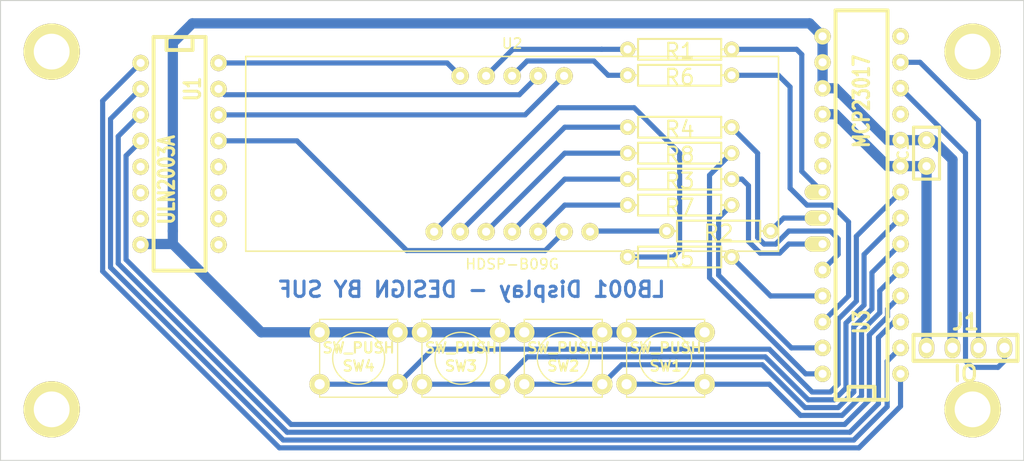
<source format=kicad_pcb>
(kicad_pcb (version 3) (host pcbnew "(2013-07-07 BZR 4022)-stable")

  (general
    (links 51)
    (no_connects 0)
    (area 94.4336 97.4816 205.5664 145.050001)
    (thickness 1.6)
    (drawings 5)
    (tracks 186)
    (zones 0)
    (modules 21)
    (nets 33)
  )

  (page A3)
  (layers
    (15 F.Cu signal)
    (0 B.Cu signal)
    (16 B.Adhes user)
    (17 F.Adhes user)
    (18 B.Paste user)
    (19 F.Paste user)
    (20 B.SilkS user)
    (21 F.SilkS user)
    (22 B.Mask user)
    (23 F.Mask user)
    (24 Dwgs.User user)
    (25 Cmts.User user)
    (26 Eco1.User user)
    (27 Eco2.User user)
    (28 Edge.Cuts user)
  )

  (setup
    (last_trace_width 0.254)
    (user_trace_width 0.5)
    (user_trace_width 1)
    (trace_clearance 0.254)
    (zone_clearance 0.508)
    (zone_45_only no)
    (trace_min 0.254)
    (segment_width 0.2)
    (edge_width 0.1)
    (via_size 0.889)
    (via_drill 0.635)
    (via_min_size 0.889)
    (via_min_drill 0.508)
    (uvia_size 0.508)
    (uvia_drill 0.127)
    (uvias_allowed no)
    (uvia_min_size 0.508)
    (uvia_min_drill 0.127)
    (pcb_text_width 0.3)
    (pcb_text_size 1.5 1.5)
    (mod_edge_width 0.15)
    (mod_text_size 1 1)
    (mod_text_width 0.15)
    (pad_size 1.6 1.6)
    (pad_drill 0.8)
    (pad_to_mask_clearance 0)
    (aux_axis_origin 0 0)
    (visible_elements 7FFFFFFF)
    (pcbplotparams
      (layerselection 3178497)
      (usegerberextensions true)
      (excludeedgelayer true)
      (linewidth 0.150000)
      (plotframeref false)
      (viasonmask false)
      (mode 1)
      (useauxorigin false)
      (hpglpennumber 1)
      (hpglpenspeed 20)
      (hpglpendiameter 15)
      (hpglpenoverlay 2)
      (psnegative false)
      (psa4output false)
      (plotreference true)
      (plotvalue true)
      (plotothertext true)
      (plotinvisibletext false)
      (padsonsilk false)
      (subtractmaskfromsilk false)
      (outputformat 1)
      (mirror false)
      (drillshape 1)
      (scaleselection 1)
      (outputdirectory ""))
  )

  (net 0 "")
  (net 1 GND)
  (net 2 N-000001)
  (net 3 N-0000010)
  (net 4 N-0000011)
  (net 5 N-0000012)
  (net 6 N-0000013)
  (net 7 N-0000014)
  (net 8 N-0000015)
  (net 9 N-0000016)
  (net 10 N-0000017)
  (net 11 N-0000018)
  (net 12 N-0000019)
  (net 13 N-0000020)
  (net 14 N-0000021)
  (net 15 N-0000023)
  (net 16 N-0000024)
  (net 17 N-0000025)
  (net 18 N-0000026)
  (net 19 N-0000027)
  (net 20 N-0000028)
  (net 21 N-0000029)
  (net 22 N-0000037)
  (net 23 N-0000038)
  (net 24 N-0000039)
  (net 25 N-000004)
  (net 26 N-0000041)
  (net 27 N-000005)
  (net 28 N-000006)
  (net 29 N-000007)
  (net 30 N-000008)
  (net 31 N-000009)
  (net 32 VCC)

  (net_class Default "This is the default net class."
    (clearance 0.254)
    (trace_width 0.254)
    (via_dia 0.889)
    (via_drill 0.635)
    (uvia_dia 0.508)
    (uvia_drill 0.127)
    (add_net "")
    (add_net GND)
    (add_net N-000001)
    (add_net N-0000010)
    (add_net N-0000011)
    (add_net N-0000012)
    (add_net N-0000013)
    (add_net N-0000014)
    (add_net N-0000015)
    (add_net N-0000016)
    (add_net N-0000017)
    (add_net N-0000018)
    (add_net N-0000019)
    (add_net N-0000020)
    (add_net N-0000021)
    (add_net N-0000023)
    (add_net N-0000024)
    (add_net N-0000025)
    (add_net N-0000026)
    (add_net N-0000027)
    (add_net N-0000028)
    (add_net N-0000029)
    (add_net N-0000037)
    (add_net N-0000038)
    (add_net N-0000039)
    (add_net N-000004)
    (add_net N-0000041)
    (add_net N-000005)
    (add_net N-000006)
    (add_net N-000007)
    (add_net N-000008)
    (add_net N-000009)
    (add_net VCC)
  )

  (module R4 (layer F.Cu) (tedit 52119F90) (tstamp 5278EF24)
    (at 166.37 104.775)
    (descr "Resitance 4 pas")
    (tags R)
    (path /526986B4)
    (autoplace_cost180 10)
    (fp_text reference R1 (at 0 0.18) (layer F.SilkS)
      (effects (font (size 1.5 1.5) (thickness 0.2032)))
    )
    (fp_text value 68 (at 0 0) (layer F.SilkS) hide
      (effects (font (size 1.397 1.27) (thickness 0.2032)))
    )
    (fp_line (start -5.08 0) (end -4.064 0) (layer F.SilkS) (width 0.2))
    (fp_line (start -4.064 0) (end -4.064 -1.016) (layer F.SilkS) (width 0.2))
    (fp_line (start -4.064 -1.016) (end 4.064 -1.016) (layer F.SilkS) (width 0.2))
    (fp_line (start 4.064 -1.016) (end 4.064 1.016) (layer F.SilkS) (width 0.2))
    (fp_line (start 4.064 1.016) (end -4.064 1.016) (layer F.SilkS) (width 0.2))
    (fp_line (start -4.064 1.016) (end -4.064 0) (layer F.SilkS) (width 0.2))
    (fp_line (start 5.08 0) (end 4.064 0) (layer F.SilkS) (width 0.2))
    (pad 1 thru_hole circle (at -5.08 0) (size 1.5 1.5) (drill 0.8001)
      (layers *.Cu *.Mask F.SilkS)
      (net 22 N-0000037)
    )
    (pad 2 thru_hole circle (at 5.08 0) (size 1.5 1.5) (drill 0.8001)
      (layers *.Cu *.Mask F.SilkS)
      (net 27 N-000005)
    )
    (model discret/resistor.wrl
      (at (xyz 0 0 0))
      (scale (xyz 0.4 0.4 0.4))
      (rotate (xyz 0 0 0))
    )
  )

  (module R4 (layer F.Cu) (tedit 52119F90) (tstamp 5279B906)
    (at 170.18 122.555)
    (descr "Resitance 4 pas")
    (tags R)
    (path /526986C3)
    (autoplace_cost180 10)
    (fp_text reference R2 (at 0 0.18) (layer F.SilkS)
      (effects (font (size 1.5 1.5) (thickness 0.2032)))
    )
    (fp_text value 68 (at 0 0) (layer F.SilkS) hide
      (effects (font (size 1.397 1.27) (thickness 0.2032)))
    )
    (fp_line (start -5.08 0) (end -4.064 0) (layer F.SilkS) (width 0.2))
    (fp_line (start -4.064 0) (end -4.064 -1.016) (layer F.SilkS) (width 0.2))
    (fp_line (start -4.064 -1.016) (end 4.064 -1.016) (layer F.SilkS) (width 0.2))
    (fp_line (start 4.064 -1.016) (end 4.064 1.016) (layer F.SilkS) (width 0.2))
    (fp_line (start 4.064 1.016) (end -4.064 1.016) (layer F.SilkS) (width 0.2))
    (fp_line (start -4.064 1.016) (end -4.064 0) (layer F.SilkS) (width 0.2))
    (fp_line (start 5.08 0) (end 4.064 0) (layer F.SilkS) (width 0.2))
    (pad 1 thru_hole circle (at -5.08 0) (size 1.5 1.5) (drill 0.8001)
      (layers *.Cu *.Mask F.SilkS)
      (net 23 N-0000038)
    )
    (pad 2 thru_hole circle (at 5.08 0) (size 1.5 1.5) (drill 0.8001)
      (layers *.Cu *.Mask F.SilkS)
      (net 28 N-000006)
    )
    (model discret/resistor.wrl
      (at (xyz 0 0 0))
      (scale (xyz 0.4 0.4 0.4))
      (rotate (xyz 0 0 0))
    )
  )

  (module R4 (layer F.Cu) (tedit 52119F90) (tstamp 5278EF3E)
    (at 166.37 117.475)
    (descr "Resitance 4 pas")
    (tags R)
    (path /526986D0)
    (autoplace_cost180 10)
    (fp_text reference R3 (at 0 0.18) (layer F.SilkS)
      (effects (font (size 1.5 1.5) (thickness 0.2032)))
    )
    (fp_text value 68 (at 0 0) (layer F.SilkS) hide
      (effects (font (size 1.397 1.27) (thickness 0.2032)))
    )
    (fp_line (start -5.08 0) (end -4.064 0) (layer F.SilkS) (width 0.2))
    (fp_line (start -4.064 0) (end -4.064 -1.016) (layer F.SilkS) (width 0.2))
    (fp_line (start -4.064 -1.016) (end 4.064 -1.016) (layer F.SilkS) (width 0.2))
    (fp_line (start 4.064 -1.016) (end 4.064 1.016) (layer F.SilkS) (width 0.2))
    (fp_line (start 4.064 1.016) (end -4.064 1.016) (layer F.SilkS) (width 0.2))
    (fp_line (start -4.064 1.016) (end -4.064 0) (layer F.SilkS) (width 0.2))
    (fp_line (start 5.08 0) (end 4.064 0) (layer F.SilkS) (width 0.2))
    (pad 1 thru_hole circle (at -5.08 0) (size 1.5 1.5) (drill 0.8001)
      (layers *.Cu *.Mask F.SilkS)
      (net 24 N-0000039)
    )
    (pad 2 thru_hole circle (at 5.08 0) (size 1.5 1.5) (drill 0.8001)
      (layers *.Cu *.Mask F.SilkS)
      (net 29 N-000007)
    )
    (model discret/resistor.wrl
      (at (xyz 0 0 0))
      (scale (xyz 0.4 0.4 0.4))
      (rotate (xyz 0 0 0))
    )
  )

  (module R4 (layer F.Cu) (tedit 52119F90) (tstamp 5278EF4B)
    (at 166.37 112.395)
    (descr "Resitance 4 pas")
    (tags R)
    (path /526986D6)
    (autoplace_cost180 10)
    (fp_text reference R4 (at 0 0.18) (layer F.SilkS)
      (effects (font (size 1.5 1.5) (thickness 0.2032)))
    )
    (fp_text value 68 (at 0 0) (layer F.SilkS) hide
      (effects (font (size 1.397 1.27) (thickness 0.2032)))
    )
    (fp_line (start -5.08 0) (end -4.064 0) (layer F.SilkS) (width 0.2))
    (fp_line (start -4.064 0) (end -4.064 -1.016) (layer F.SilkS) (width 0.2))
    (fp_line (start -4.064 -1.016) (end 4.064 -1.016) (layer F.SilkS) (width 0.2))
    (fp_line (start 4.064 -1.016) (end 4.064 1.016) (layer F.SilkS) (width 0.2))
    (fp_line (start 4.064 1.016) (end -4.064 1.016) (layer F.SilkS) (width 0.2))
    (fp_line (start -4.064 1.016) (end -4.064 0) (layer F.SilkS) (width 0.2))
    (fp_line (start 5.08 0) (end 4.064 0) (layer F.SilkS) (width 0.2))
    (pad 1 thru_hole circle (at -5.08 0) (size 1.5 1.5) (drill 0.8001)
      (layers *.Cu *.Mask F.SilkS)
      (net 15 N-0000023)
    )
    (pad 2 thru_hole circle (at 5.08 0) (size 1.5 1.5) (drill 0.8001)
      (layers *.Cu *.Mask F.SilkS)
      (net 30 N-000008)
    )
    (model discret/resistor.wrl
      (at (xyz 0 0 0))
      (scale (xyz 0.4 0.4 0.4))
      (rotate (xyz 0 0 0))
    )
  )

  (module R4 (layer F.Cu) (tedit 52119F90) (tstamp 5278EF58)
    (at 166.37 125.095)
    (descr "Resitance 4 pas")
    (tags R)
    (path /526986DC)
    (autoplace_cost180 10)
    (fp_text reference R5 (at 0 0.18) (layer F.SilkS)
      (effects (font (size 1.5 1.5) (thickness 0.2032)))
    )
    (fp_text value 68 (at 0 0) (layer F.SilkS) hide
      (effects (font (size 1.397 1.27) (thickness 0.2032)))
    )
    (fp_line (start -5.08 0) (end -4.064 0) (layer F.SilkS) (width 0.2))
    (fp_line (start -4.064 0) (end -4.064 -1.016) (layer F.SilkS) (width 0.2))
    (fp_line (start -4.064 -1.016) (end 4.064 -1.016) (layer F.SilkS) (width 0.2))
    (fp_line (start 4.064 -1.016) (end 4.064 1.016) (layer F.SilkS) (width 0.2))
    (fp_line (start 4.064 1.016) (end -4.064 1.016) (layer F.SilkS) (width 0.2))
    (fp_line (start -4.064 1.016) (end -4.064 0) (layer F.SilkS) (width 0.2))
    (fp_line (start 5.08 0) (end 4.064 0) (layer F.SilkS) (width 0.2))
    (pad 1 thru_hole circle (at -5.08 0) (size 1.5 1.5) (drill 0.8001)
      (layers *.Cu *.Mask F.SilkS)
      (net 26 N-0000041)
    )
    (pad 2 thru_hole circle (at 5.08 0) (size 1.5 1.5) (drill 0.8001)
      (layers *.Cu *.Mask F.SilkS)
      (net 31 N-000009)
    )
    (model discret/resistor.wrl
      (at (xyz 0 0 0))
      (scale (xyz 0.4 0.4 0.4))
      (rotate (xyz 0 0 0))
    )
  )

  (module R4 (layer F.Cu) (tedit 52119F90) (tstamp 5278EF65)
    (at 166.37 107.315)
    (descr "Resitance 4 pas")
    (tags R)
    (path /526986E2)
    (autoplace_cost180 10)
    (fp_text reference R6 (at 0 0.18) (layer F.SilkS)
      (effects (font (size 1.5 1.5) (thickness 0.2032)))
    )
    (fp_text value 68 (at 0 0) (layer F.SilkS) hide
      (effects (font (size 1.397 1.27) (thickness 0.2032)))
    )
    (fp_line (start -5.08 0) (end -4.064 0) (layer F.SilkS) (width 0.2))
    (fp_line (start -4.064 0) (end -4.064 -1.016) (layer F.SilkS) (width 0.2))
    (fp_line (start -4.064 -1.016) (end 4.064 -1.016) (layer F.SilkS) (width 0.2))
    (fp_line (start 4.064 -1.016) (end 4.064 1.016) (layer F.SilkS) (width 0.2))
    (fp_line (start 4.064 1.016) (end -4.064 1.016) (layer F.SilkS) (width 0.2))
    (fp_line (start -4.064 1.016) (end -4.064 0) (layer F.SilkS) (width 0.2))
    (fp_line (start 5.08 0) (end 4.064 0) (layer F.SilkS) (width 0.2))
    (pad 1 thru_hole circle (at -5.08 0) (size 1.5 1.5) (drill 0.8001)
      (layers *.Cu *.Mask F.SilkS)
      (net 20 N-0000028)
    )
    (pad 2 thru_hole circle (at 5.08 0) (size 1.5 1.5) (drill 0.8001)
      (layers *.Cu *.Mask F.SilkS)
      (net 3 N-0000010)
    )
    (model discret/resistor.wrl
      (at (xyz 0 0 0))
      (scale (xyz 0.4 0.4 0.4))
      (rotate (xyz 0 0 0))
    )
  )

  (module R4 (layer F.Cu) (tedit 52119F90) (tstamp 5278EF72)
    (at 166.37 120.015)
    (descr "Resitance 4 pas")
    (tags R)
    (path /526986E8)
    (autoplace_cost180 10)
    (fp_text reference R7 (at 0 0.18) (layer F.SilkS)
      (effects (font (size 1.5 1.5) (thickness 0.2032)))
    )
    (fp_text value 68 (at 0 0) (layer F.SilkS) hide
      (effects (font (size 1.397 1.27) (thickness 0.2032)))
    )
    (fp_line (start -5.08 0) (end -4.064 0) (layer F.SilkS) (width 0.2))
    (fp_line (start -4.064 0) (end -4.064 -1.016) (layer F.SilkS) (width 0.2))
    (fp_line (start -4.064 -1.016) (end 4.064 -1.016) (layer F.SilkS) (width 0.2))
    (fp_line (start 4.064 -1.016) (end 4.064 1.016) (layer F.SilkS) (width 0.2))
    (fp_line (start 4.064 1.016) (end -4.064 1.016) (layer F.SilkS) (width 0.2))
    (fp_line (start -4.064 1.016) (end -4.064 0) (layer F.SilkS) (width 0.2))
    (fp_line (start 5.08 0) (end 4.064 0) (layer F.SilkS) (width 0.2))
    (pad 1 thru_hole circle (at -5.08 0) (size 1.5 1.5) (drill 0.8001)
      (layers *.Cu *.Mask F.SilkS)
      (net 17 N-0000025)
    )
    (pad 2 thru_hole circle (at 5.08 0) (size 1.5 1.5) (drill 0.8001)
      (layers *.Cu *.Mask F.SilkS)
      (net 4 N-0000011)
    )
    (model discret/resistor.wrl
      (at (xyz 0 0 0))
      (scale (xyz 0.4 0.4 0.4))
      (rotate (xyz 0 0 0))
    )
  )

  (module R4 (layer F.Cu) (tedit 52119F90) (tstamp 5278EF7F)
    (at 166.37 114.935)
    (descr "Resitance 4 pas")
    (tags R)
    (path /526986EE)
    (autoplace_cost180 10)
    (fp_text reference R8 (at 0 0.18) (layer F.SilkS)
      (effects (font (size 1.5 1.5) (thickness 0.2032)))
    )
    (fp_text value 68 (at 0 0) (layer F.SilkS) hide
      (effects (font (size 1.397 1.27) (thickness 0.2032)))
    )
    (fp_line (start -5.08 0) (end -4.064 0) (layer F.SilkS) (width 0.2))
    (fp_line (start -4.064 0) (end -4.064 -1.016) (layer F.SilkS) (width 0.2))
    (fp_line (start -4.064 -1.016) (end 4.064 -1.016) (layer F.SilkS) (width 0.2))
    (fp_line (start 4.064 -1.016) (end 4.064 1.016) (layer F.SilkS) (width 0.2))
    (fp_line (start 4.064 1.016) (end -4.064 1.016) (layer F.SilkS) (width 0.2))
    (fp_line (start -4.064 1.016) (end -4.064 0) (layer F.SilkS) (width 0.2))
    (fp_line (start 5.08 0) (end 4.064 0) (layer F.SilkS) (width 0.2))
    (pad 1 thru_hole circle (at -5.08 0) (size 1.5 1.5) (drill 0.8001)
      (layers *.Cu *.Mask F.SilkS)
      (net 16 N-0000024)
    )
    (pad 2 thru_hole circle (at 5.08 0) (size 1.5 1.5) (drill 0.8001)
      (layers *.Cu *.Mask F.SilkS)
      (net 5 N-0000012)
    )
    (model discret/resistor.wrl
      (at (xyz 0 0 0))
      (scale (xyz 0.4 0.4 0.4))
      (rotate (xyz 0 0 0))
    )
  )

  (module HDSP-B0XG (layer F.Cu) (tedit 52781947) (tstamp 5279B8EA)
    (at 150 115)
    (path /52696DDA)
    (fp_text reference U2 (at 0 -10.795) (layer F.SilkS)
      (effects (font (size 1 1) (thickness 0.15)))
    )
    (fp_text value HDSP-B09G (at 0 10.795) (layer F.SilkS)
      (effects (font (size 1 1) (thickness 0.15)))
    )
    (fp_line (start -26.035 9.525) (end -26.035 -9.525) (layer F.SilkS) (width 0.15))
    (fp_line (start -26.035 -9.525) (end 26.035 -9.525) (layer F.SilkS) (width 0.15))
    (fp_line (start 26.035 -9.525) (end 26.035 9.525) (layer F.SilkS) (width 0.15))
    (fp_line (start 26.035 9.525) (end -26.035 9.525) (layer F.SilkS) (width 0.15))
    (pad 10 thru_hole circle (at 0 -7.62) (size 1.7 1.7) (drill 0.8)
      (layers *.Cu *.Mask F.SilkS)
      (net 20 N-0000028)
    )
    (pad 11 thru_hole circle (at -2.54 -7.62) (size 1.7 1.7) (drill 0.8)
      (layers *.Cu *.Mask F.SilkS)
      (net 22 N-0000037)
    )
    (pad 9 thru_hole circle (at 2.54 -7.62) (size 1.7 1.7) (drill 0.8)
      (layers *.Cu *.Mask F.SilkS)
      (net 19 N-0000027)
    )
    (pad 8 thru_hole circle (at 5.08 -7.62) (size 1.7 1.7) (drill 0.8)
      (layers *.Cu *.Mask F.SilkS)
      (net 18 N-0000026)
    )
    (pad 12 thru_hole circle (at -5.08 -7.62) (size 1.7 1.7) (drill 0.8)
      (layers *.Cu *.Mask F.SilkS)
      (net 21 N-0000029)
    )
    (pad 1 thru_hole circle (at -7.62 7.62) (size 1.7 1.7) (drill 0.8)
      (layers *.Cu *.Mask F.SilkS)
      (net 26 N-0000041)
    )
    (pad 2 thru_hole circle (at -5.08 7.62) (size 1.7 1.7) (drill 0.8)
      (layers *.Cu *.Mask F.SilkS)
      (net 15 N-0000023)
    )
    (pad 3 thru_hole circle (at -2.54 7.62) (size 1.7 1.7) (drill 0.8)
      (layers *.Cu *.Mask F.SilkS)
      (net 16 N-0000024)
    )
    (pad 4 thru_hole circle (at 0 7.62) (size 1.7 1.7) (drill 0.8)
      (layers *.Cu *.Mask F.SilkS)
      (net 24 N-0000039)
    )
    (pad 5 thru_hole circle (at 2.54 7.62) (size 1.7 1.7) (drill 0.8)
      (layers *.Cu *.Mask F.SilkS)
      (net 17 N-0000025)
    )
    (pad 6 thru_hole circle (at 5.08 7.62) (size 1.7 1.7) (drill 0.8)
      (layers *.Cu *.Mask F.SilkS)
      (net 14 N-0000021)
    )
    (pad 7 thru_hole circle (at 7.62 7.62) (size 1.7 1.7) (drill 0.8)
      (layers *.Cu *.Mask F.SilkS)
      (net 23 N-0000038)
    )
  )

  (module HDR-4 (layer F.Cu) (tedit 5279C3CB) (tstamp 5278EF9F)
    (at 194.31 133.985)
    (path /5275D3B7)
    (fp_text reference J1 (at 0 -2.54) (layer F.SilkS)
      (effects (font (size 1.524 1.524) (thickness 0.3048)))
    )
    (fp_text value IO (at 0 2.54) (layer F.SilkS)
      (effects (font (size 1.524 1.524) (thickness 0.3048)))
    )
    (fp_line (start -5.08 1.27) (end 5.08 1.27) (layer F.SilkS) (width 0.39878))
    (fp_line (start -5.08 -1.27) (end 5.08 -1.27) (layer F.SilkS) (width 0.39878))
    (fp_line (start 5.08 -1.27) (end 5.08 1.27) (layer F.SilkS) (width 0.39878))
    (fp_line (start -5.08 -1.27) (end -5.08 1.27) (layer F.SilkS) (width 0.381))
    (pad 1 thru_hole oval (at -3.81 0) (size 1.5 2) (drill 1)
      (layers *.Cu *.Mask F.SilkS)
      (net 32 VCC)
    )
    (pad 2 thru_hole oval (at -1.27 0) (size 1.5 2) (drill 1)
      (layers *.Cu *.Mask F.SilkS)
      (net 1 GND)
    )
    (pad 3 thru_hole oval (at 1.27 0) (size 1.5 2) (drill 1)
      (layers *.Cu *.Mask F.SilkS)
      (net 13 N-0000020)
    )
    (pad 4 thru_hole oval (at 3.81 0) (size 1.5 2) (drill 1.00076)
      (layers *.Cu *.Mask F.SilkS)
      (net 12 N-0000019)
    )
  )

  (module DIP-28__300 (layer F.Cu) (tedit 52899952) (tstamp 5278EFC6)
    (at 184.15 120.015 90)
    (descr "28 pins DIL package, round pads, width 300mil")
    (tags DIL)
    (path /52696E65)
    (fp_text reference U3 (at -11.43 0 90) (layer F.SilkS)
      (effects (font (size 1.524 1.143) (thickness 0.3048)))
    )
    (fp_text value MCP23017 (at 10.16 0 90) (layer F.SilkS)
      (effects (font (size 1.524 1.143) (thickness 0.3048)))
    )
    (fp_line (start -19.05 -2.54) (end 19.05 -2.54) (layer F.SilkS) (width 0.381))
    (fp_line (start 19.05 -2.54) (end 19.05 2.54) (layer F.SilkS) (width 0.381))
    (fp_line (start 19.05 2.54) (end -19.05 2.54) (layer F.SilkS) (width 0.381))
    (fp_line (start -19.05 2.54) (end -19.05 -2.54) (layer F.SilkS) (width 0.381))
    (fp_line (start -19.05 -1.27) (end -17.78 -1.27) (layer F.SilkS) (width 0.381))
    (fp_line (start -17.78 -1.27) (end -17.78 1.27) (layer F.SilkS) (width 0.381))
    (fp_line (start -17.78 1.27) (end -19.05 1.27) (layer F.SilkS) (width 0.381))
    (pad 2 thru_hole circle (at -13.97 3.81 90) (size 1.6 1.6) (drill 0.8)
      (layers *.Cu *.Mask F.SilkS)
      (net 7 N-0000014)
    )
    (pad 3 thru_hole circle (at -11.43 3.81 90) (size 1.6 1.6) (drill 0.8)
      (layers *.Cu *.Mask F.SilkS)
      (net 6 N-0000013)
    )
    (pad 4 thru_hole circle (at -8.89 3.81 90) (size 1.6 1.6) (drill 0.8)
      (layers *.Cu *.Mask F.SilkS)
      (net 25 N-000004)
    )
    (pad 5 thru_hole circle (at -6.35 3.81 90) (size 1.6 1.6) (drill 0.8)
      (layers *.Cu *.Mask F.SilkS)
      (net 10 N-0000017)
    )
    (pad 6 thru_hole circle (at -3.81 3.81 90) (size 1.6 1.6) (drill 0.8)
      (layers *.Cu *.Mask F.SilkS)
      (net 9 N-0000016)
    )
    (pad 7 thru_hole circle (at -1.27 3.81 90) (size 1.6 1.6) (drill 0.8)
      (layers *.Cu *.Mask F.SilkS)
      (net 8 N-0000015)
    )
    (pad 8 thru_hole circle (at 1.27 3.81 90) (size 1.6 1.6) (drill 0.8)
      (layers *.Cu *.Mask F.SilkS)
      (net 11 N-0000018)
    )
    (pad 9 thru_hole circle (at 3.81 3.81 90) (size 1.6 1.6) (drill 0.8)
      (layers *.Cu *.Mask F.SilkS)
      (net 32 VCC)
    )
    (pad 10 thru_hole circle (at 6.35 3.81 90) (size 1.6 1.6) (drill 0.8)
      (layers *.Cu *.Mask F.SilkS)
      (net 1 GND)
    )
    (pad 11 thru_hole circle (at 8.89 3.81 90) (size 1.6 1.6) (drill 0.8)
      (layers *.Cu *.Mask F.SilkS)
    )
    (pad 12 thru_hole circle (at 11.43 3.81 90) (size 1.6 1.6) (drill 0.8)
      (layers *.Cu *.Mask F.SilkS)
      (net 12 N-0000019)
    )
    (pad 13 thru_hole circle (at 13.97 3.81 90) (size 1.6 1.6) (drill 0.8)
      (layers *.Cu *.Mask F.SilkS)
      (net 13 N-0000020)
    )
    (pad 14 thru_hole circle (at 16.51 3.81 90) (size 1.6 1.6) (drill 0.8)
      (layers *.Cu *.Mask F.SilkS)
    )
    (pad 1 thru_hole circle (at -16.51 3.81 90) (size 1.6 1.6) (drill 0.8)
      (layers *.Cu *.Mask F.SilkS)
      (net 2 N-000001)
    )
    (pad 15 thru_hole circle (at 16.51 -3.81 90) (size 1.6 1.6) (drill 0.8)
      (layers *.Cu *.Mask F.SilkS)
      (net 1 GND)
    )
    (pad 16 thru_hole circle (at 13.97 -3.81 90) (size 1.6 1.6) (drill 0.8)
      (layers *.Cu *.Mask F.SilkS)
      (net 1 GND)
    )
    (pad 17 thru_hole circle (at 11.43 -3.81 90) (size 1.6 1.6) (drill 0.8)
      (layers *.Cu *.Mask F.SilkS)
      (net 1 GND)
    )
    (pad 18 thru_hole circle (at 8.89 -3.81 90) (size 1.6 1.6) (drill 0.8)
      (layers *.Cu *.Mask F.SilkS)
      (net 32 VCC)
    )
    (pad 19 thru_hole circle (at 6.35 -3.81 90) (size 1.6 1.6) (drill 0.8)
      (layers *.Cu *.Mask F.SilkS)
    )
    (pad 20 thru_hole circle (at 3.81 -3.81 90) (size 1.6 1.6) (drill 0.8)
      (layers *.Cu *.Mask F.SilkS)
    )
    (pad 21 thru_hole oval (at 1.27 -3.81 90) (size 1.5 2.5) (drill 0.8 (offset 0 -0.5))
      (layers *.Cu *.Mask F.SilkS)
      (net 27 N-000005)
    )
    (pad 22 thru_hole oval (at -1.27 -3.81 90) (size 1.5 2.5) (drill 0.8 (offset 0 -0.5))
      (layers *.Cu *.Mask F.SilkS)
      (net 28 N-000006)
    )
    (pad 23 thru_hole oval (at -3.81 -3.81 90) (size 1.5 2.5) (drill 0.8 (offset 0 -0.5))
      (layers *.Cu *.Mask F.SilkS)
      (net 29 N-000007)
    )
    (pad 24 thru_hole circle (at -6.35 -3.81 90) (size 1.6 1.6) (drill 0.8)
      (layers *.Cu *.Mask F.SilkS)
      (net 30 N-000008)
    )
    (pad 25 thru_hole circle (at -8.89 -3.81 90) (size 1.6 1.6) (drill 0.8)
      (layers *.Cu *.Mask F.SilkS)
      (net 31 N-000009)
    )
    (pad 26 thru_hole circle (at -11.43 -3.81 90) (size 1.6 1.6) (drill 0.8)
      (layers *.Cu *.Mask F.SilkS)
      (net 3 N-0000010)
    )
    (pad 27 thru_hole circle (at -13.97 -3.81 90) (size 1.6 1.6) (drill 0.8)
      (layers *.Cu *.Mask F.SilkS)
      (net 4 N-0000011)
    )
    (pad 28 thru_hole circle (at -16.51 -3.81 90) (size 1.6 1.6) (drill 0.8)
      (layers *.Cu *.Mask F.SilkS)
      (net 5 N-0000012)
    )
    (model dil/dil_28-w300.wrl
      (at (xyz 0 0 0))
      (scale (xyz 1 1 1))
      (rotate (xyz 0 0 0))
    )
  )

  (module DIP-16__300 (layer F.Cu) (tedit 52899B20) (tstamp 5278EFE2)
    (at 117.5 115 270)
    (descr "16 pins DIL package, round pads")
    (tags DIL)
    (path /52696E56)
    (fp_text reference U1 (at -6.35 -1.27 270) (layer F.SilkS)
      (effects (font (size 1.524 1.143) (thickness 0.3048)))
    )
    (fp_text value ULN2003A (at 2.54 1.27 270) (layer F.SilkS)
      (effects (font (size 1.524 1.143) (thickness 0.3048)))
    )
    (fp_line (start -11.43 -1.27) (end -11.43 -1.27) (layer F.SilkS) (width 0.381))
    (fp_line (start -11.43 -1.27) (end -10.16 -1.27) (layer F.SilkS) (width 0.381))
    (fp_line (start -10.16 -1.27) (end -10.16 1.27) (layer F.SilkS) (width 0.381))
    (fp_line (start -10.16 1.27) (end -11.43 1.27) (layer F.SilkS) (width 0.381))
    (fp_line (start -11.43 -2.54) (end 11.43 -2.54) (layer F.SilkS) (width 0.381))
    (fp_line (start 11.43 -2.54) (end 11.43 2.54) (layer F.SilkS) (width 0.381))
    (fp_line (start 11.43 2.54) (end -11.43 2.54) (layer F.SilkS) (width 0.381))
    (fp_line (start -11.43 2.54) (end -11.43 -2.54) (layer F.SilkS) (width 0.381))
    (pad 1 thru_hole circle (at -8.89 3.81 270) (size 1.6 1.6) (drill 0.8)
      (layers *.Cu *.Mask F.SilkS)
      (net 2 N-000001)
    )
    (pad 2 thru_hole circle (at -6.35 3.81 270) (size 1.6 1.6) (drill 0.8)
      (layers *.Cu *.Mask F.SilkS)
      (net 7 N-0000014)
    )
    (pad 3 thru_hole circle (at -3.81 3.81 270) (size 1.6 1.6) (drill 0.8)
      (layers *.Cu *.Mask F.SilkS)
      (net 6 N-0000013)
    )
    (pad 4 thru_hole circle (at -1.27 3.81 270) (size 1.6 1.6) (drill 0.8)
      (layers *.Cu *.Mask F.SilkS)
      (net 25 N-000004)
    )
    (pad 5 thru_hole circle (at 1.27 3.81 270) (size 1.6 1.6) (drill 0.8)
      (layers *.Cu *.Mask F.SilkS)
    )
    (pad 6 thru_hole circle (at 3.81 3.81 270) (size 1.6 1.6) (drill 0.8)
      (layers *.Cu *.Mask F.SilkS)
    )
    (pad 7 thru_hole circle (at 6.35 3.81 270) (size 1.6 1.6) (drill 0.8)
      (layers *.Cu *.Mask F.SilkS)
    )
    (pad 8 thru_hole circle (at 8.89 3.81 270) (size 1.6 1.6) (drill 0.8)
      (layers *.Cu *.Mask F.SilkS)
      (net 1 GND)
    )
    (pad 9 thru_hole circle (at 8.89 -3.81 270) (size 1.6 1.6) (drill 0.8)
      (layers *.Cu *.Mask F.SilkS)
    )
    (pad 10 thru_hole circle (at 6.35 -3.81 270) (size 1.6 1.6) (drill 0.8)
      (layers *.Cu *.Mask F.SilkS)
    )
    (pad 11 thru_hole circle (at 3.81 -3.81 270) (size 1.6 1.6) (drill 0.8)
      (layers *.Cu *.Mask F.SilkS)
    )
    (pad 12 thru_hole circle (at 1.27 -3.81 270) (size 1.6 1.6) (drill 0.8)
      (layers *.Cu *.Mask F.SilkS)
    )
    (pad 13 thru_hole circle (at -1.27 -3.81 270) (size 1.6 1.6) (drill 0.8)
      (layers *.Cu *.Mask F.SilkS)
      (net 14 N-0000021)
    )
    (pad 14 thru_hole circle (at -3.81 -3.81 270) (size 1.6 1.6) (drill 0.8)
      (layers *.Cu *.Mask F.SilkS)
      (net 18 N-0000026)
    )
    (pad 15 thru_hole circle (at -6.35 -3.81 270) (size 1.6 1.6) (drill 0.8)
      (layers *.Cu *.Mask F.SilkS)
      (net 19 N-0000027)
    )
    (pad 16 thru_hole circle (at -8.89 -3.81 270) (size 1.6 1.6) (drill 0.8)
      (layers *.Cu *.Mask F.SilkS)
      (net 21 N-0000029)
    )
    (model dil/dil_16.wrl
      (at (xyz 0 0 0))
      (scale (xyz 1 1 1))
      (rotate (xyz 0 0 0))
    )
  )

  (module MNT_HOLE_3.5 (layer F.Cu) (tedit 4AAB215B) (tstamp 5279B7F9)
    (at 105 105)
    (fp_text reference MNT_HOLE_3.5 (at 0 -6.35) (layer F.SilkS) hide
      (effects (font (size 1.524 1.524) (thickness 0.3048)))
    )
    (fp_text value "" (at 0 0) (layer F.SilkS) hide
      (effects (font (size 1.524 1.524) (thickness 0.3048)))
    )
    (pad "" thru_hole circle (at 0 0) (size 5.4991 5.4991) (drill 3.50012)
      (layers *.Cu *.Mask F.SilkS)
    )
  )

  (module MNT_HOLE_3.5 (layer F.Cu) (tedit 4AAB215B) (tstamp 5279B802)
    (at 195 105)
    (fp_text reference MNT_HOLE_3.5 (at 0 -6.35) (layer F.SilkS) hide
      (effects (font (size 1.524 1.524) (thickness 0.3048)))
    )
    (fp_text value "" (at 0 0) (layer F.SilkS) hide
      (effects (font (size 1.524 1.524) (thickness 0.3048)))
    )
    (pad "" thru_hole circle (at 0 0) (size 5.4991 5.4991) (drill 3.50012)
      (layers *.Cu *.Mask F.SilkS)
    )
  )

  (module MNT_HOLE_3.5 (layer F.Cu) (tedit 4AAB215B) (tstamp 5279B80B)
    (at 195 140)
    (fp_text reference MNT_HOLE_3.5 (at 0 -6.35) (layer F.SilkS) hide
      (effects (font (size 1.524 1.524) (thickness 0.3048)))
    )
    (fp_text value "" (at 0 0) (layer F.SilkS) hide
      (effects (font (size 1.524 1.524) (thickness 0.3048)))
    )
    (pad "" thru_hole circle (at 0 0) (size 5.4991 5.4991) (drill 3.50012)
      (layers *.Cu *.Mask F.SilkS)
    )
  )

  (module MNT_HOLE_3.5 (layer F.Cu) (tedit 4AAB215B) (tstamp 5279B814)
    (at 105 140)
    (fp_text reference MNT_HOLE_3.5 (at 0 -6.35) (layer F.SilkS) hide
      (effects (font (size 1.524 1.524) (thickness 0.3048)))
    )
    (fp_text value "" (at 0 0) (layer F.SilkS) hide
      (effects (font (size 1.524 1.524) (thickness 0.3048)))
    )
    (pad "" thru_hole circle (at 0 0) (size 5.4991 5.4991) (drill 3.50012)
      (layers *.Cu *.Mask F.SilkS)
    )
  )

  (module C1 (layer F.Cu) (tedit 52797F4A) (tstamp 52797F3B)
    (at 190.5 114.935 90)
    (descr "Condensateur e = 1 pas")
    (tags C)
    (path /52797F03)
    (fp_text reference C1 (at 0.254 -2.286 90) (layer F.SilkS)
      (effects (font (size 1.016 1.016) (thickness 0.2032)))
    )
    (fp_text value 100nF (at 0 -2.286 90) (layer F.SilkS) hide
      (effects (font (size 1.016 1.016) (thickness 0.2032)))
    )
    (fp_line (start -2.4892 -1.27) (end 2.54 -1.27) (layer F.SilkS) (width 0.3048))
    (fp_line (start 2.54 -1.27) (end 2.54 1.27) (layer F.SilkS) (width 0.3048))
    (fp_line (start 2.54 1.27) (end -2.54 1.27) (layer F.SilkS) (width 0.3048))
    (fp_line (start -2.54 1.27) (end -2.54 -1.27) (layer F.SilkS) (width 0.3048))
    (pad 1 thru_hole circle (at -1.27 0 90) (size 1.7 1.7) (drill 0.8001)
      (layers *.Cu *.Mask F.SilkS)
      (net 32 VCC)
    )
    (pad 2 thru_hole circle (at 1.27 0 90) (size 1.7 1.7) (drill 0.8001)
      (layers *.Cu *.Mask F.SilkS)
      (net 1 GND)
    )
    (model discret/capa_1_pas.wrl
      (at (xyz 0 0 0))
      (scale (xyz 1 1 1))
      (rotate (xyz 0 0 0))
    )
  )

  (module SW_PUSH_SMALL (layer F.Cu) (tedit 528999F0) (tstamp 527AE817)
    (at 165 135 180)
    (path /52761E18)
    (fp_text reference SW1 (at 0 -0.762 180) (layer F.SilkS)
      (effects (font (size 1.016 1.016) (thickness 0.2032)))
    )
    (fp_text value SW_PUSH (at 0 1.016 180) (layer F.SilkS)
      (effects (font (size 1.016 1.016) (thickness 0.2032)))
    )
    (fp_circle (center 0 0) (end 0 -2.54) (layer F.SilkS) (width 0.127))
    (fp_line (start -3.81 -3.81) (end 3.81 -3.81) (layer F.SilkS) (width 0.127))
    (fp_line (start 3.81 -3.81) (end 3.81 3.81) (layer F.SilkS) (width 0.127))
    (fp_line (start 3.81 3.81) (end -3.81 3.81) (layer F.SilkS) (width 0.127))
    (fp_line (start -3.81 -3.81) (end -3.81 3.81) (layer F.SilkS) (width 0.127))
    (pad 1 thru_hole circle (at 3.81 -2.54 180) (size 2 2) (drill 1)
      (layers *.Cu *.Mask F.SilkS)
      (net 10 N-0000017)
    )
    (pad 2 thru_hole circle (at 3.81 2.54 180) (size 2 2) (drill 1)
      (layers *.Cu *.Mask F.SilkS)
      (net 1 GND)
    )
    (pad 1 thru_hole circle (at -3.81 -2.54 180) (size 2 2) (drill 1)
      (layers *.Cu *.Mask F.SilkS)
      (net 10 N-0000017)
    )
    (pad 2 thru_hole circle (at -3.81 2.54 180) (size 2 2) (drill 1)
      (layers *.Cu *.Mask F.SilkS)
      (net 1 GND)
    )
  )

  (module SW_PUSH_SMALL (layer F.Cu) (tedit 528999F0) (tstamp 527AE824)
    (at 155 135 180)
    (path /52761E7A)
    (fp_text reference SW2 (at 0 -0.762 180) (layer F.SilkS)
      (effects (font (size 1.016 1.016) (thickness 0.2032)))
    )
    (fp_text value SW_PUSH (at 0 1.016 180) (layer F.SilkS)
      (effects (font (size 1.016 1.016) (thickness 0.2032)))
    )
    (fp_circle (center 0 0) (end 0 -2.54) (layer F.SilkS) (width 0.127))
    (fp_line (start -3.81 -3.81) (end 3.81 -3.81) (layer F.SilkS) (width 0.127))
    (fp_line (start 3.81 -3.81) (end 3.81 3.81) (layer F.SilkS) (width 0.127))
    (fp_line (start 3.81 3.81) (end -3.81 3.81) (layer F.SilkS) (width 0.127))
    (fp_line (start -3.81 -3.81) (end -3.81 3.81) (layer F.SilkS) (width 0.127))
    (pad 1 thru_hole circle (at 3.81 -2.54 180) (size 2 2) (drill 1)
      (layers *.Cu *.Mask F.SilkS)
      (net 9 N-0000016)
    )
    (pad 2 thru_hole circle (at 3.81 2.54 180) (size 2 2) (drill 1)
      (layers *.Cu *.Mask F.SilkS)
      (net 1 GND)
    )
    (pad 1 thru_hole circle (at -3.81 -2.54 180) (size 2 2) (drill 1)
      (layers *.Cu *.Mask F.SilkS)
      (net 9 N-0000016)
    )
    (pad 2 thru_hole circle (at -3.81 2.54 180) (size 2 2) (drill 1)
      (layers *.Cu *.Mask F.SilkS)
      (net 1 GND)
    )
  )

  (module SW_PUSH_SMALL (layer F.Cu) (tedit 528999F0) (tstamp 527AE831)
    (at 145 135 180)
    (path /52761E89)
    (fp_text reference SW3 (at 0 -0.762 180) (layer F.SilkS)
      (effects (font (size 1.016 1.016) (thickness 0.2032)))
    )
    (fp_text value SW_PUSH (at 0 1.016 180) (layer F.SilkS)
      (effects (font (size 1.016 1.016) (thickness 0.2032)))
    )
    (fp_circle (center 0 0) (end 0 -2.54) (layer F.SilkS) (width 0.127))
    (fp_line (start -3.81 -3.81) (end 3.81 -3.81) (layer F.SilkS) (width 0.127))
    (fp_line (start 3.81 -3.81) (end 3.81 3.81) (layer F.SilkS) (width 0.127))
    (fp_line (start 3.81 3.81) (end -3.81 3.81) (layer F.SilkS) (width 0.127))
    (fp_line (start -3.81 -3.81) (end -3.81 3.81) (layer F.SilkS) (width 0.127))
    (pad 1 thru_hole circle (at 3.81 -2.54 180) (size 2 2) (drill 1)
      (layers *.Cu *.Mask F.SilkS)
      (net 8 N-0000015)
    )
    (pad 2 thru_hole circle (at 3.81 2.54 180) (size 2 2) (drill 1)
      (layers *.Cu *.Mask F.SilkS)
      (net 1 GND)
    )
    (pad 1 thru_hole circle (at -3.81 -2.54 180) (size 2 2) (drill 1)
      (layers *.Cu *.Mask F.SilkS)
      (net 8 N-0000015)
    )
    (pad 2 thru_hole circle (at -3.81 2.54 180) (size 2 2) (drill 1)
      (layers *.Cu *.Mask F.SilkS)
      (net 1 GND)
    )
  )

  (module SW_PUSH_SMALL (layer F.Cu) (tedit 528999F0) (tstamp 527AE83E)
    (at 135 135 180)
    (path /52761E98)
    (fp_text reference SW4 (at 0 -0.762 180) (layer F.SilkS)
      (effects (font (size 1.016 1.016) (thickness 0.2032)))
    )
    (fp_text value SW_PUSH (at 0 1.016 180) (layer F.SilkS)
      (effects (font (size 1.016 1.016) (thickness 0.2032)))
    )
    (fp_circle (center 0 0) (end 0 -2.54) (layer F.SilkS) (width 0.127))
    (fp_line (start -3.81 -3.81) (end 3.81 -3.81) (layer F.SilkS) (width 0.127))
    (fp_line (start 3.81 -3.81) (end 3.81 3.81) (layer F.SilkS) (width 0.127))
    (fp_line (start 3.81 3.81) (end -3.81 3.81) (layer F.SilkS) (width 0.127))
    (fp_line (start -3.81 -3.81) (end -3.81 3.81) (layer F.SilkS) (width 0.127))
    (pad 1 thru_hole circle (at 3.81 -2.54 180) (size 2 2) (drill 1)
      (layers *.Cu *.Mask F.SilkS)
      (net 11 N-0000018)
    )
    (pad 2 thru_hole circle (at 3.81 2.54 180) (size 2 2) (drill 1)
      (layers *.Cu *.Mask F.SilkS)
      (net 1 GND)
    )
    (pad 1 thru_hole circle (at -3.81 -2.54 180) (size 2 2) (drill 1)
      (layers *.Cu *.Mask F.SilkS)
      (net 11 N-0000018)
    )
    (pad 2 thru_hole circle (at -3.81 2.54 180) (size 2 2) (drill 1)
      (layers *.Cu *.Mask F.SilkS)
      (net 1 GND)
    )
  )

  (gr_text "LB001 Display - DESIGN BY SUF" (at 146.05 128.27) (layer B.Cu)
    (effects (font (size 1.5 1.5) (thickness 0.3)) (justify mirror))
  )
  (gr_line (start 100 145) (end 100 100) (angle 90) (layer Edge.Cuts) (width 0.1))
  (gr_line (start 200 145) (end 100 145) (angle 90) (layer Edge.Cuts) (width 0.1))
  (gr_line (start 200 100) (end 200 145) (angle 90) (layer Edge.Cuts) (width 0.1))
  (gr_line (start 100 100) (end 200 100) (angle 90) (layer Edge.Cuts) (width 0.1))

  (segment (start 190.5 113.665) (end 191.135 113.665) (width 1) (layer B.Cu) (net 1))
  (segment (start 193.04 115.57) (end 193.04 133.985) (width 1) (layer B.Cu) (net 1) (tstamp 5279C325))
  (segment (start 191.135 113.665) (end 193.04 115.57) (width 1) (layer B.Cu) (net 1) (tstamp 5279C31F))
  (segment (start 118.745 102.235) (end 179.07 102.235) (width 1) (layer B.Cu) (net 1))
  (segment (start 118.745 102.235) (end 116.84 104.14) (width 1) (layer B.Cu) (net 1) (tstamp 5279BACD))
  (segment (start 116.84 104.14) (end 116.84 122.555) (width 1) (layer B.Cu) (net 1) (tstamp 5279BACE))
  (segment (start 116.84 123.825) (end 116.84 122.555) (width 1) (layer B.Cu) (net 1))
  (segment (start 179.07 102.235) (end 180.34 103.505) (width 1) (layer B.Cu) (net 1) (tstamp 527AE9DA))
  (segment (start 161.19 132.46) (end 168.81 132.46) (width 1) (layer B.Cu) (net 1))
  (segment (start 180.34 108.585) (end 181.61 108.585) (width 1) (layer B.Cu) (net 1))
  (segment (start 181.61 108.585) (end 186.69 113.665) (width 1) (layer B.Cu) (net 1) (tstamp 527AE977))
  (segment (start 186.69 113.665) (end 187.96 113.665) (width 1) (layer B.Cu) (net 1) (tstamp 527AE978))
  (segment (start 180.34 103.505) (end 180.34 106.045) (width 1) (layer B.Cu) (net 1))
  (segment (start 180.34 106.045) (end 180.34 108.585) (width 1) (layer B.Cu) (net 1) (tstamp 527AE974))
  (segment (start 187.96 113.665) (end 190.5 113.665) (width 1) (layer B.Cu) (net 1))
  (segment (start 116.84 123.825) (end 113.755 123.825) (width 1) (layer B.Cu) (net 1))
  (segment (start 113.755 123.825) (end 113.69 123.89) (width 1) (layer B.Cu) (net 1) (tstamp 527AE8B1))
  (segment (start 125.475 132.46) (end 131.19 132.46) (width 1) (layer B.Cu) (net 1) (tstamp 527AE8AB))
  (segment (start 116.84 123.825) (end 125.475 132.46) (width 1) (layer B.Cu) (net 1) (tstamp 527AE8AA))
  (segment (start 158.81 132.46) (end 161.19 132.46) (width 1) (layer B.Cu) (net 1))
  (segment (start 151.19 132.46) (end 158.81 132.46) (width 1) (layer B.Cu) (net 1))
  (segment (start 148.81 132.46) (end 151.19 132.46) (width 1) (layer B.Cu) (net 1))
  (segment (start 141.19 132.46) (end 148.81 132.46) (width 1) (layer B.Cu) (net 1))
  (segment (start 138.81 132.46) (end 141.19 132.46) (width 1) (layer B.Cu) (net 1))
  (segment (start 131.19 132.46) (end 138.81 132.46) (width 1) (layer B.Cu) (net 1))
  (segment (start 187.96 139.7) (end 183.896 143.764) (width 0.5) (layer B.Cu) (net 2))
  (segment (start 109.982 109.818) (end 109.982 126.492) (width 0.5) (layer B.Cu) (net 2) (tstamp 5278A1EC))
  (segment (start 109.982 109.818) (end 113.69 106.11) (width 0.5) (layer B.Cu) (net 2))
  (segment (start 127.254 143.764) (end 109.982 126.492) (width 0.5) (layer B.Cu) (net 2) (tstamp 5285276C))
  (segment (start 183.896 143.764) (end 127.254 143.764) (width 0.5) (layer B.Cu) (net 2) (tstamp 5285276A))
  (segment (start 187.96 136.525) (end 187.96 139.7) (width 0.5) (layer B.Cu) (net 2))
  (segment (start 171.45 107.315) (end 176.022 107.315) (width 0.5) (layer B.Cu) (net 3))
  (segment (start 182.88 121.666) (end 182.88 128.905) (width 0.5) (layer B.Cu) (net 3) (tstamp 527AE9BE))
  (segment (start 182.88 128.905) (end 180.34 131.445) (width 0.5) (layer B.Cu) (net 3) (tstamp 527AE9BF))
  (segment (start 181.229 120.015) (end 182.88 121.666) (width 0.5) (layer B.Cu) (net 3) (tstamp 527AE9B4))
  (segment (start 178.816 120.015) (end 181.229 120.015) (width 0.5) (layer B.Cu) (net 3) (tstamp 527AE9B3))
  (segment (start 177.165 118.364) (end 178.816 120.015) (width 0.5) (layer B.Cu) (net 3) (tstamp 527AE9B2))
  (segment (start 177.165 108.458) (end 177.165 118.364) (width 0.5) (layer B.Cu) (net 3) (tstamp 527AE9B1))
  (segment (start 176.022 107.315) (end 177.165 108.458) (width 0.5) (layer B.Cu) (net 3) (tstamp 527AE9B0))
  (segment (start 180.34 133.985) (end 177.292 133.985) (width 0.5) (layer B.Cu) (net 4))
  (segment (start 170.18 121.285) (end 170.18 126.873) (width 0.5) (layer B.Cu) (net 4) (tstamp 527AE9CB))
  (segment (start 170.18 126.873) (end 177.292 133.985) (width 0.5) (layer B.Cu) (net 4) (tstamp 527AE9CC))
  (segment (start 170.18 121.285) (end 171.45 120.015) (width 0.5) (layer B.Cu) (net 4))
  (segment (start 180.34 136.525) (end 178.689 136.525) (width 0.5) (layer B.Cu) (net 5))
  (segment (start 169.291 117.094) (end 169.291 127.127) (width 0.5) (layer B.Cu) (net 5) (tstamp 527AE9D2))
  (segment (start 169.291 127.127) (end 178.689 136.525) (width 0.5) (layer B.Cu) (net 5) (tstamp 527AE9D4))
  (segment (start 169.291 117.094) (end 171.45 114.935) (width 0.5) (layer B.Cu) (net 5))
  (segment (start 183.007 142.24) (end 128.016 142.24) (width 0.5) (layer B.Cu) (net 6))
  (segment (start 111.506 125.73) (end 111.506 113.284) (width 0.5) (layer B.Cu) (net 6) (tstamp 5279BB8E))
  (segment (start 111.506 113.284) (end 113.6 111.19) (width 0.5) (layer B.Cu) (net 6) (tstamp 5279BB90))
  (segment (start 113.69 111.19) (end 113.6 111.19) (width 0.5) (layer B.Cu) (net 6) (tstamp 5279BB92))
  (segment (start 187.325 131.445) (end 185.801 132.969) (width 0.5) (layer B.Cu) (net 6) (tstamp 52789E84))
  (segment (start 185.801 132.969) (end 185.801 139.446) (width 0.5) (layer B.Cu) (net 6) (tstamp 52789E87))
  (segment (start 185.801 139.446) (end 183.007 142.24) (width 0.5) (layer B.Cu) (net 6) (tstamp 52789E8D))
  (segment (start 187.325 131.445) (end 187.96 131.445) (width 0.5) (layer B.Cu) (net 6))
  (segment (start 128.016 142.24) (end 111.506 125.73) (width 0.5) (layer B.Cu) (net 6))
  (segment (start 186.6519 139.7381) (end 183.388 143.002) (width 0.5) (layer B.Cu) (net 7))
  (segment (start 187.96 133.985) (end 186.6519 135.2931) (width 0.5) (layer B.Cu) (net 7))
  (segment (start 186.6519 135.2931) (end 186.6519 139.7381) (width 0.5) (layer B.Cu) (net 7) (tstamp 5278A1B5))
  (segment (start 110.751998 111.588002) (end 113.69 108.65) (width 0.5) (layer B.Cu) (net 7) (tstamp 5278A1E0))
  (segment (start 110.751998 126.118998) (end 110.751998 111.588002) (width 0.5) (layer B.Cu) (net 7) (tstamp 5278A1D8))
  (segment (start 127.635 143.002) (end 110.751998 126.118998) (width 0.5) (layer B.Cu) (net 7) (tstamp 52852793))
  (segment (start 183.388 143.002) (end 127.635 143.002) (width 0.5) (layer B.Cu) (net 7) (tstamp 5285278F))
  (segment (start 178.943 139.065) (end 181.483 139.065) (width 0.5) (layer B.Cu) (net 8))
  (segment (start 181.483 139.065) (end 182.626 137.922) (width 0.5) (layer B.Cu) (net 8) (tstamp 52852893))
  (segment (start 178.943 139.065) (end 174.744002 134.866002) (width 0.5) (layer B.Cu) (net 8) (tstamp 52789D98))
  (segment (start 174.744002 134.866002) (end 151.483998 134.866002) (width 0.5) (layer B.Cu) (net 8) (tstamp 52789D9D))
  (segment (start 151.483998 134.866002) (end 148.81 137.54) (width 0.5) (layer B.Cu) (net 8) (tstamp 52789D9F))
  (segment (start 182.626 131.564002) (end 182.626 137.922) (width 0.5) (layer B.Cu) (net 8) (tstamp 52789D8F))
  (segment (start 184.396002 129.794) (end 182.626 131.564002) (width 0.5) (layer B.Cu) (net 8) (tstamp 52789D88))
  (segment (start 184.396002 124.848998) (end 184.396002 129.794) (width 0.5) (layer B.Cu) (net 8) (tstamp 52789D85))
  (segment (start 187.96 121.285) (end 184.396002 124.848998) (width 0.5) (layer B.Cu) (net 8) (tstamp 52789D82))
  (segment (start 141.19 137.54) (end 148.81 137.54) (width 0.5) (layer B.Cu) (net 8))
  (segment (start 178.63868 139.827) (end 181.863058 139.827) (width 0.5) (layer B.Cu) (net 9))
  (segment (start 178.63868 139.827) (end 174.44768 135.636) (width 0.5) (layer B.Cu) (net 9) (tstamp 52789DED))
  (segment (start 174.44768 135.636) (end 160.714 135.636) (width 0.5) (layer B.Cu) (net 9) (tstamp 52789DF1))
  (segment (start 158.81 137.54) (end 160.714 135.636) (width 0.5) (layer B.Cu) (net 9) (tstamp 52789DF7))
  (segment (start 187.96 123.825) (end 185.166 126.619) (width 0.5) (layer B.Cu) (net 9) (tstamp 52789DD5))
  (segment (start 185.166 126.619) (end 185.166 130.167002) (width 0.5) (layer B.Cu) (net 9) (tstamp 52789DD9))
  (segment (start 185.166 130.167002) (end 183.388 131.945002) (width 0.5) (layer B.Cu) (net 9) (tstamp 52789DDB))
  (segment (start 183.388 131.945002) (end 183.388 138.307686) (width 0.5) (layer B.Cu) (net 9) (tstamp 52789DE0))
  (segment (start 183.388 138.307686) (end 181.863058 139.827) (width 0.5) (layer B.Cu) (net 9) (tstamp 52789DE5))
  (segment (start 151.19 137.54) (end 158.81 137.54) (width 0.5) (layer B.Cu) (net 9))
  (segment (start 182.245 140.589) (end 178.181 140.589) (width 0.5) (layer B.Cu) (net 10))
  (segment (start 175.132 137.54) (end 178.181 140.589) (width 0.5) (layer B.Cu) (net 10) (tstamp 52789DFB))
  (segment (start 182.245 140.589) (end 184.15 138.684) (width 0.5) (layer B.Cu) (net 10) (tstamp 52789E04))
  (segment (start 184.15 138.684) (end 184.15 132.334) (width 0.5) (layer B.Cu) (net 10) (tstamp 52789E08))
  (segment (start 184.15 132.334) (end 185.928 130.556) (width 0.5) (layer B.Cu) (net 10) (tstamp 52789E0F))
  (segment (start 185.928 130.556) (end 185.928 128.397) (width 0.5) (layer B.Cu) (net 10) (tstamp 52789E14))
  (segment (start 185.928 128.397) (end 187.96 126.365) (width 0.5) (layer B.Cu) (net 10) (tstamp 52789E1A))
  (segment (start 175.132 137.54) (end 168.81 137.54) (width 0.5) (layer B.Cu) (net 10))
  (segment (start 161.19 137.54) (end 168.81 137.54) (width 0.5) (layer B.Cu) (net 10))
  (segment (start 179.324 138.303) (end 181.102 138.303) (width 0.5) (layer B.Cu) (net 11))
  (segment (start 187.96 118.745) (end 183.642 123.063) (width 0.5) (layer B.Cu) (net 11) (tstamp 52789D3F))
  (segment (start 183.642 123.063) (end 183.642 129.413) (width 0.5) (layer B.Cu) (net 11) (tstamp 52789D43))
  (segment (start 183.642 129.413) (end 181.864 131.191) (width 0.5) (layer B.Cu) (net 11) (tstamp 52789D48))
  (segment (start 181.864 131.191) (end 181.864 137.541) (width 0.5) (layer B.Cu) (net 11) (tstamp 52789D4C))
  (segment (start 142.24 134.112) (end 138.811 137.541) (width 0.5) (layer B.Cu) (net 11) (tstamp 52789D68))
  (segment (start 175.133 134.112) (end 142.24 134.112) (width 0.5) (layer B.Cu) (net 11) (tstamp 52789D5A))
  (segment (start 179.324 138.303) (end 175.133 134.112) (width 0.5) (layer B.Cu) (net 11) (tstamp 52789D56))
  (segment (start 181.102 138.303) (end 181.864 137.541) (width 0.5) (layer B.Cu) (net 11) (tstamp 528528BC))
  (segment (start 131.19 137.54) (end 138.81 137.54) (width 0.5) (layer B.Cu) (net 11))
  (segment (start 187.96 108.585) (end 194.31 114.935) (width 0.5) (layer B.Cu) (net 12))
  (segment (start 198.12 135.255) (end 198.12 133.985) (width 0.5) (layer B.Cu) (net 12) (tstamp 5279C3EE))
  (segment (start 197.485 135.89) (end 198.12 135.255) (width 0.5) (layer B.Cu) (net 12) (tstamp 5279C3EA))
  (segment (start 194.945 135.89) (end 197.485 135.89) (width 0.5) (layer B.Cu) (net 12) (tstamp 5279C3E5))
  (segment (start 194.31 135.255) (end 194.945 135.89) (width 0.5) (layer B.Cu) (net 12) (tstamp 5279C3E4))
  (segment (start 194.31 114.935) (end 194.31 135.255) (width 0.5) (layer B.Cu) (net 12) (tstamp 5279C3D7))
  (segment (start 187.96 106.045) (end 189.865 106.045) (width 0.5) (layer B.Cu) (net 13))
  (segment (start 195.58 111.76) (end 195.58 133.985) (width 0.5) (layer B.Cu) (net 13) (tstamp 5279C347))
  (segment (start 189.865 106.045) (end 195.58 111.76) (width 0.5) (layer B.Cu) (net 13) (tstamp 5279C33A))
  (segment (start 121.31 113.73) (end 128.97 113.73) (width 0.5) (layer B.Cu) (net 14))
  (segment (start 153.24 124.46) (end 155.08 122.62) (width 0.5) (layer B.Cu) (net 14) (tstamp 5279BA95))
  (segment (start 139.7 124.46) (end 153.24 124.46) (width 0.5) (layer B.Cu) (net 14) (tstamp 5279BA93))
  (segment (start 128.97 113.73) (end 139.7 124.46) (width 0.5) (layer B.Cu) (net 14) (tstamp 5279BA91))
  (segment (start 161.29 112.395) (end 155.145 112.395) (width 0.5) (layer B.Cu) (net 15))
  (segment (start 155.145 112.395) (end 144.92 122.62) (width 0.5) (layer B.Cu) (net 15) (tstamp 5279BA7A))
  (segment (start 161.29 114.935) (end 155.145 114.935) (width 0.5) (layer B.Cu) (net 16))
  (segment (start 155.145 114.935) (end 147.46 122.62) (width 0.5) (layer B.Cu) (net 16) (tstamp 5279BA76))
  (segment (start 161.29 120.015) (end 155.145 120.015) (width 0.5) (layer B.Cu) (net 17))
  (segment (start 155.145 120.015) (end 152.54 122.62) (width 0.5) (layer B.Cu) (net 17) (tstamp 5279BA6E))
  (segment (start 121.31 111.19) (end 151.27 111.19) (width 0.5) (layer B.Cu) (net 18))
  (segment (start 151.27 111.19) (end 155.08 107.38) (width 0.5) (layer B.Cu) (net 18) (tstamp 5279BA8D))
  (segment (start 121.31 108.65) (end 121.35 108.65) (width 0.5) (layer B.Cu) (net 19))
  (segment (start 150.7 109.22) (end 152.54 107.38) (width 0.5) (layer B.Cu) (net 19) (tstamp 5279BA8A))
  (segment (start 121.92 109.22) (end 150.7 109.22) (width 0.5) (layer B.Cu) (net 19) (tstamp 5279BA89))
  (segment (start 121.35 108.65) (end 121.92 109.22) (width 0.5) (layer B.Cu) (net 19) (tstamp 5279BA88))
  (segment (start 161.29 107.315) (end 159.385 107.315) (width 0.5) (layer B.Cu) (net 20))
  (segment (start 151.462 105.918) (end 150 107.38) (width 0.5) (layer B.Cu) (net 20) (tstamp 5279BA65))
  (segment (start 157.988 105.918) (end 151.462 105.918) (width 0.5) (layer B.Cu) (net 20) (tstamp 5279BA64))
  (segment (start 159.385 107.315) (end 157.988 105.918) (width 0.5) (layer B.Cu) (net 20) (tstamp 5279BA63))
  (segment (start 121.31 106.11) (end 143.65 106.11) (width 0.5) (layer B.Cu) (net 21))
  (segment (start 143.65 106.11) (end 144.92 107.38) (width 0.5) (layer B.Cu) (net 21) (tstamp 5279BA85))
  (segment (start 161.29 104.775) (end 158.75 104.775) (width 0.5) (layer B.Cu) (net 22))
  (segment (start 150.065 104.775) (end 147.46 107.38) (width 0.5) (layer B.Cu) (net 22) (tstamp 5279BA6A))
  (segment (start 158.75 104.775) (end 150.065 104.775) (width 0.5) (layer B.Cu) (net 22) (tstamp 5279BA69))
  (segment (start 158.75 104.775) (end 158.75 104.775) (width 0.5) (layer B.Cu) (net 22) (tstamp 5279BA68))
  (segment (start 165.1 122.555) (end 157.685 122.555) (width 0.5) (layer B.Cu) (net 23) (status 10))
  (segment (start 157.685 122.555) (end 157.62 122.62) (width 0.5) (layer B.Cu) (net 23) (tstamp 5279BA82))
  (segment (start 161.29 117.475) (end 155.145 117.475) (width 0.5) (layer B.Cu) (net 24))
  (segment (start 155.145 117.475) (end 150 122.62) (width 0.5) (layer B.Cu) (net 24) (tstamp 5279BA72))
  (segment (start 182.499 141.478) (end 128.397 141.478) (width 0.5) (layer B.Cu) (net 25))
  (segment (start 113.727 113.73) (end 112.268 115.189) (width 0.5) (layer B.Cu) (net 25) (tstamp 5279BB96))
  (segment (start 112.268 115.189) (end 112.268 125.349) (width 0.5) (layer B.Cu) (net 25) (tstamp 5279BB98))
  (segment (start 112.268 125.349) (end 128.397 141.478) (width 0.5) (layer B.Cu) (net 25) (tstamp 5279BB9A))
  (segment (start 187.96 128.905) (end 186.69 130.175) (width 0.5) (layer B.Cu) (net 25) (tstamp 52789E48))
  (segment (start 186.69 130.175) (end 186.69 130.937) (width 0.5) (layer B.Cu) (net 25) (tstamp 52789E4A))
  (segment (start 186.69 130.937) (end 184.912 132.715) (width 0.5) (layer B.Cu) (net 25) (tstamp 52789E4F))
  (segment (start 184.912 132.715) (end 184.912 139.065) (width 0.5) (layer B.Cu) (net 25) (tstamp 52789E59))
  (segment (start 184.912 139.065) (end 182.499 141.478) (width 0.5) (layer B.Cu) (net 25) (tstamp 52789E5C))
  (segment (start 165.735 125.095) (end 166.37 124.46) (width 0.5) (layer B.Cu) (net 26))
  (segment (start 161.925 110.49) (end 154.51 110.49) (width 0.5) (layer B.Cu) (net 26) (tstamp 5279BB5E))
  (segment (start 142.38 122.62) (end 154.51 110.49) (width 0.5) (layer B.Cu) (net 26) (tstamp 5279BB60))
  (segment (start 165.735 125.095) (end 161.29 125.095) (width 0.5) (layer B.Cu) (net 26))
  (segment (start 166.37 114.935) (end 161.925 110.49) (width 0.5) (layer B.Cu) (net 26) (tstamp 527AE980))
  (segment (start 166.37 124.46) (end 166.37 114.935) (width 0.5) (layer B.Cu) (net 26) (tstamp 527AE97F))
  (segment (start 171.45 104.775) (end 177.8 104.775) (width 0.5) (layer B.Cu) (net 27))
  (segment (start 177.8 104.775) (end 178.308 105.283) (width 0.5) (layer B.Cu) (net 27) (tstamp 527AE985))
  (segment (start 178.308 105.283) (end 178.308 116.713) (width 0.5) (layer B.Cu) (net 27) (tstamp 527AE986))
  (segment (start 178.308 116.713) (end 180.34 118.745) (width 0.5) (layer B.Cu) (net 27) (tstamp 527AE987))
  (segment (start 180.34 121.285) (end 176.53 121.285) (width 0.5) (layer B.Cu) (net 28))
  (segment (start 176.53 121.285) (end 175.26 122.555) (width 0.5) (layer B.Cu) (net 28) (tstamp 527AE98A))
  (segment (start 180.34 123.825) (end 177.038 123.825) (width 0.5) (layer B.Cu) (net 29))
  (segment (start 172.466 117.475) (end 173.101 118.11) (width 0.5) (layer B.Cu) (net 29) (tstamp 527AE9C3))
  (segment (start 173.101 118.11) (end 173.101 123.571) (width 0.5) (layer B.Cu) (net 29) (tstamp 527AE9C4))
  (segment (start 173.101 123.571) (end 174.244 124.714) (width 0.5) (layer B.Cu) (net 29) (tstamp 527AE9C5))
  (segment (start 174.244 124.714) (end 176.149 124.714) (width 0.5) (layer B.Cu) (net 29) (tstamp 527AE9C6))
  (segment (start 176.149 124.714) (end 177.038 123.825) (width 0.5) (layer B.Cu) (net 29) (tstamp 527AE9C7))
  (segment (start 172.466 117.475) (end 171.45 117.475) (width 0.5) (layer B.Cu) (net 29))
  (segment (start 177.038 122.555) (end 181.102 122.555) (width 0.5) (layer B.Cu) (net 30))
  (segment (start 180.34 126.365) (end 181.864 124.841) (width 0.5) (layer B.Cu) (net 30) (tstamp 527AE9A0))
  (segment (start 181.864 124.841) (end 181.864 123.317) (width 0.5) (layer B.Cu) (net 30) (tstamp 527AE9A1))
  (segment (start 181.864 123.317) (end 181.102 122.555) (width 0.5) (layer B.Cu) (net 30) (tstamp 527AE9A2))
  (segment (start 177.038 122.555) (end 175.768 123.825) (width 0.5) (layer B.Cu) (net 30) (tstamp 527AE9A4))
  (segment (start 175.768 123.825) (end 174.625 123.825) (width 0.5) (layer B.Cu) (net 30) (tstamp 527AE9A5))
  (segment (start 174.625 123.825) (end 173.99 123.19) (width 0.5) (layer B.Cu) (net 30) (tstamp 527AE9A6))
  (segment (start 173.99 123.19) (end 173.99 114.935) (width 0.5) (layer B.Cu) (net 30) (tstamp 527AE9A7))
  (segment (start 171.45 112.395) (end 173.99 114.935) (width 0.5) (layer B.Cu) (net 30) (tstamp 527AE9A8))
  (segment (start 180.34 126.365) (end 180.34 126.365) (width 0.5) (layer B.Cu) (net 30))
  (segment (start 180.34 128.905) (end 175.26 128.905) (width 0.5) (layer B.Cu) (net 31))
  (segment (start 175.26 128.905) (end 171.45 125.095) (width 0.5) (layer B.Cu) (net 31) (tstamp 527AE9AC))
  (segment (start 190.5 116.205) (end 190.5 133.985) (width 1) (layer B.Cu) (net 32))
  (segment (start 180.34 111.125) (end 181.61 111.125) (width 1) (layer B.Cu) (net 32))
  (segment (start 181.61 111.125) (end 186.69 116.205) (width 1) (layer B.Cu) (net 32) (tstamp 527AE97B))
  (segment (start 186.69 116.205) (end 187.96 116.205) (width 1) (layer B.Cu) (net 32) (tstamp 527AE97C))
  (segment (start 187.96 116.205) (end 190.5 116.205) (width 1) (layer B.Cu) (net 32))

)

</source>
